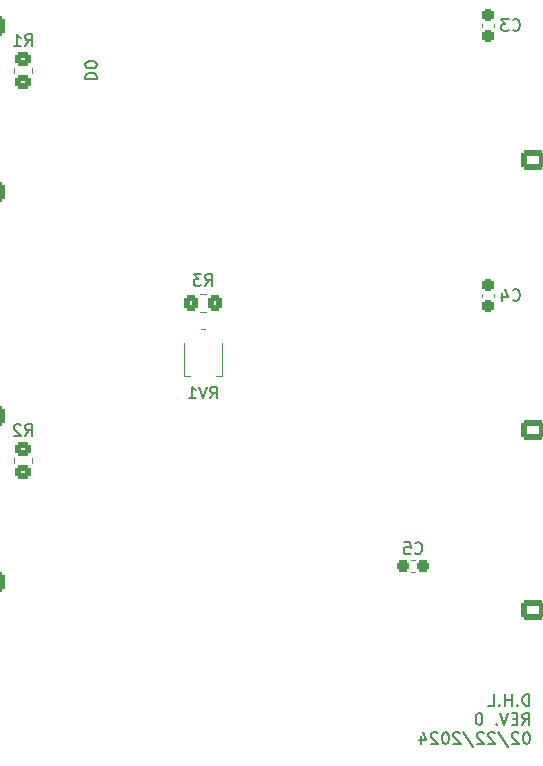
<source format=gbo>
G04 #@! TF.GenerationSoftware,KiCad,Pcbnew,7.0.8*
G04 #@! TF.CreationDate,2024-02-22T02:02:49-08:00*
G04 #@! TF.ProjectId,oc_v1,6f635f76-312e-46b6-9963-61645f706362,0*
G04 #@! TF.SameCoordinates,Original*
G04 #@! TF.FileFunction,Legend,Bot*
G04 #@! TF.FilePolarity,Positive*
%FSLAX46Y46*%
G04 Gerber Fmt 4.6, Leading zero omitted, Abs format (unit mm)*
G04 Created by KiCad (PCBNEW 7.0.8) date 2024-02-22 02:02:49*
%MOMM*%
%LPD*%
G01*
G04 APERTURE LIST*
G04 Aperture macros list*
%AMRoundRect*
0 Rectangle with rounded corners*
0 $1 Rounding radius*
0 $2 $3 $4 $5 $6 $7 $8 $9 X,Y pos of 4 corners*
0 Add a 4 corners polygon primitive as box body*
4,1,4,$2,$3,$4,$5,$6,$7,$8,$9,$2,$3,0*
0 Add four circle primitives for the rounded corners*
1,1,$1+$1,$2,$3*
1,1,$1+$1,$4,$5*
1,1,$1+$1,$6,$7*
1,1,$1+$1,$8,$9*
0 Add four rect primitives between the rounded corners*
20,1,$1+$1,$2,$3,$4,$5,0*
20,1,$1+$1,$4,$5,$6,$7,0*
20,1,$1+$1,$6,$7,$8,$9,0*
20,1,$1+$1,$8,$9,$2,$3,0*%
G04 Aperture macros list end*
%ADD10C,0.150000*%
%ADD11C,0.120000*%
%ADD12R,3.145000X3.145000*%
%ADD13C,3.145000*%
%ADD14RoundRect,0.250000X-0.725000X0.600000X-0.725000X-0.600000X0.725000X-0.600000X0.725000X0.600000X0*%
%ADD15O,1.950000X1.700000*%
%ADD16R,1.700000X1.700000*%
%ADD17O,1.700000X1.700000*%
%ADD18C,1.800000*%
%ADD19C,1.727200*%
%ADD20R,1.727200X1.727200*%
%ADD21RoundRect,0.250000X0.750000X-0.600000X0.750000X0.600000X-0.750000X0.600000X-0.750000X-0.600000X0*%
%ADD22O,2.000000X1.700000*%
%ADD23RoundRect,0.250000X0.725000X-0.600000X0.725000X0.600000X-0.725000X0.600000X-0.725000X-0.600000X0*%
%ADD24R,2.400000X1.600000*%
%ADD25O,2.400000X1.600000*%
%ADD26RoundRect,0.237500X-0.237500X0.300000X-0.237500X-0.300000X0.237500X-0.300000X0.237500X0.300000X0*%
%ADD27RoundRect,0.250000X-0.350000X-0.450000X0.350000X-0.450000X0.350000X0.450000X-0.350000X0.450000X0*%
%ADD28RoundRect,0.250000X0.450000X-0.350000X0.450000X0.350000X-0.450000X0.350000X-0.450000X-0.350000X0*%
%ADD29R,1.200000X1.200000*%
%ADD30R,1.600000X1.500000*%
%ADD31RoundRect,0.237500X0.300000X0.237500X-0.300000X0.237500X-0.300000X-0.237500X0.300000X-0.237500X0*%
G04 APERTURE END LIST*
D10*
X162223220Y-108409819D02*
X162223220Y-107409819D01*
X162223220Y-107409819D02*
X161985125Y-107409819D01*
X161985125Y-107409819D02*
X161842268Y-107457438D01*
X161842268Y-107457438D02*
X161747030Y-107552676D01*
X161747030Y-107552676D02*
X161699411Y-107647914D01*
X161699411Y-107647914D02*
X161651792Y-107838390D01*
X161651792Y-107838390D02*
X161651792Y-107981247D01*
X161651792Y-107981247D02*
X161699411Y-108171723D01*
X161699411Y-108171723D02*
X161747030Y-108266961D01*
X161747030Y-108266961D02*
X161842268Y-108362200D01*
X161842268Y-108362200D02*
X161985125Y-108409819D01*
X161985125Y-108409819D02*
X162223220Y-108409819D01*
X161223220Y-108314580D02*
X161175601Y-108362200D01*
X161175601Y-108362200D02*
X161223220Y-108409819D01*
X161223220Y-108409819D02*
X161270839Y-108362200D01*
X161270839Y-108362200D02*
X161223220Y-108314580D01*
X161223220Y-108314580D02*
X161223220Y-108409819D01*
X160747030Y-108409819D02*
X160747030Y-107409819D01*
X160747030Y-107886009D02*
X160175602Y-107886009D01*
X160175602Y-108409819D02*
X160175602Y-107409819D01*
X159699411Y-108314580D02*
X159651792Y-108362200D01*
X159651792Y-108362200D02*
X159699411Y-108409819D01*
X159699411Y-108409819D02*
X159747030Y-108362200D01*
X159747030Y-108362200D02*
X159699411Y-108314580D01*
X159699411Y-108314580D02*
X159699411Y-108409819D01*
X158747031Y-108409819D02*
X159223221Y-108409819D01*
X159223221Y-108409819D02*
X159223221Y-107409819D01*
X161651792Y-110019819D02*
X161985125Y-109543628D01*
X162223220Y-110019819D02*
X162223220Y-109019819D01*
X162223220Y-109019819D02*
X161842268Y-109019819D01*
X161842268Y-109019819D02*
X161747030Y-109067438D01*
X161747030Y-109067438D02*
X161699411Y-109115057D01*
X161699411Y-109115057D02*
X161651792Y-109210295D01*
X161651792Y-109210295D02*
X161651792Y-109353152D01*
X161651792Y-109353152D02*
X161699411Y-109448390D01*
X161699411Y-109448390D02*
X161747030Y-109496009D01*
X161747030Y-109496009D02*
X161842268Y-109543628D01*
X161842268Y-109543628D02*
X162223220Y-109543628D01*
X161223220Y-109496009D02*
X160889887Y-109496009D01*
X160747030Y-110019819D02*
X161223220Y-110019819D01*
X161223220Y-110019819D02*
X161223220Y-109019819D01*
X161223220Y-109019819D02*
X160747030Y-109019819D01*
X160461315Y-109019819D02*
X160127982Y-110019819D01*
X160127982Y-110019819D02*
X159794649Y-109019819D01*
X159461315Y-109924580D02*
X159413696Y-109972200D01*
X159413696Y-109972200D02*
X159461315Y-110019819D01*
X159461315Y-110019819D02*
X159508934Y-109972200D01*
X159508934Y-109972200D02*
X159461315Y-109924580D01*
X159461315Y-109924580D02*
X159461315Y-110019819D01*
X158032744Y-109019819D02*
X157937506Y-109019819D01*
X157937506Y-109019819D02*
X157842268Y-109067438D01*
X157842268Y-109067438D02*
X157794649Y-109115057D01*
X157794649Y-109115057D02*
X157747030Y-109210295D01*
X157747030Y-109210295D02*
X157699411Y-109400771D01*
X157699411Y-109400771D02*
X157699411Y-109638866D01*
X157699411Y-109638866D02*
X157747030Y-109829342D01*
X157747030Y-109829342D02*
X157794649Y-109924580D01*
X157794649Y-109924580D02*
X157842268Y-109972200D01*
X157842268Y-109972200D02*
X157937506Y-110019819D01*
X157937506Y-110019819D02*
X158032744Y-110019819D01*
X158032744Y-110019819D02*
X158127982Y-109972200D01*
X158127982Y-109972200D02*
X158175601Y-109924580D01*
X158175601Y-109924580D02*
X158223220Y-109829342D01*
X158223220Y-109829342D02*
X158270839Y-109638866D01*
X158270839Y-109638866D02*
X158270839Y-109400771D01*
X158270839Y-109400771D02*
X158223220Y-109210295D01*
X158223220Y-109210295D02*
X158175601Y-109115057D01*
X158175601Y-109115057D02*
X158127982Y-109067438D01*
X158127982Y-109067438D02*
X158032744Y-109019819D01*
X162032744Y-110629819D02*
X161937506Y-110629819D01*
X161937506Y-110629819D02*
X161842268Y-110677438D01*
X161842268Y-110677438D02*
X161794649Y-110725057D01*
X161794649Y-110725057D02*
X161747030Y-110820295D01*
X161747030Y-110820295D02*
X161699411Y-111010771D01*
X161699411Y-111010771D02*
X161699411Y-111248866D01*
X161699411Y-111248866D02*
X161747030Y-111439342D01*
X161747030Y-111439342D02*
X161794649Y-111534580D01*
X161794649Y-111534580D02*
X161842268Y-111582200D01*
X161842268Y-111582200D02*
X161937506Y-111629819D01*
X161937506Y-111629819D02*
X162032744Y-111629819D01*
X162032744Y-111629819D02*
X162127982Y-111582200D01*
X162127982Y-111582200D02*
X162175601Y-111534580D01*
X162175601Y-111534580D02*
X162223220Y-111439342D01*
X162223220Y-111439342D02*
X162270839Y-111248866D01*
X162270839Y-111248866D02*
X162270839Y-111010771D01*
X162270839Y-111010771D02*
X162223220Y-110820295D01*
X162223220Y-110820295D02*
X162175601Y-110725057D01*
X162175601Y-110725057D02*
X162127982Y-110677438D01*
X162127982Y-110677438D02*
X162032744Y-110629819D01*
X161318458Y-110725057D02*
X161270839Y-110677438D01*
X161270839Y-110677438D02*
X161175601Y-110629819D01*
X161175601Y-110629819D02*
X160937506Y-110629819D01*
X160937506Y-110629819D02*
X160842268Y-110677438D01*
X160842268Y-110677438D02*
X160794649Y-110725057D01*
X160794649Y-110725057D02*
X160747030Y-110820295D01*
X160747030Y-110820295D02*
X160747030Y-110915533D01*
X160747030Y-110915533D02*
X160794649Y-111058390D01*
X160794649Y-111058390D02*
X161366077Y-111629819D01*
X161366077Y-111629819D02*
X160747030Y-111629819D01*
X159604173Y-110582200D02*
X160461315Y-111867914D01*
X159318458Y-110725057D02*
X159270839Y-110677438D01*
X159270839Y-110677438D02*
X159175601Y-110629819D01*
X159175601Y-110629819D02*
X158937506Y-110629819D01*
X158937506Y-110629819D02*
X158842268Y-110677438D01*
X158842268Y-110677438D02*
X158794649Y-110725057D01*
X158794649Y-110725057D02*
X158747030Y-110820295D01*
X158747030Y-110820295D02*
X158747030Y-110915533D01*
X158747030Y-110915533D02*
X158794649Y-111058390D01*
X158794649Y-111058390D02*
X159366077Y-111629819D01*
X159366077Y-111629819D02*
X158747030Y-111629819D01*
X158366077Y-110725057D02*
X158318458Y-110677438D01*
X158318458Y-110677438D02*
X158223220Y-110629819D01*
X158223220Y-110629819D02*
X157985125Y-110629819D01*
X157985125Y-110629819D02*
X157889887Y-110677438D01*
X157889887Y-110677438D02*
X157842268Y-110725057D01*
X157842268Y-110725057D02*
X157794649Y-110820295D01*
X157794649Y-110820295D02*
X157794649Y-110915533D01*
X157794649Y-110915533D02*
X157842268Y-111058390D01*
X157842268Y-111058390D02*
X158413696Y-111629819D01*
X158413696Y-111629819D02*
X157794649Y-111629819D01*
X156651792Y-110582200D02*
X157508934Y-111867914D01*
X156366077Y-110725057D02*
X156318458Y-110677438D01*
X156318458Y-110677438D02*
X156223220Y-110629819D01*
X156223220Y-110629819D02*
X155985125Y-110629819D01*
X155985125Y-110629819D02*
X155889887Y-110677438D01*
X155889887Y-110677438D02*
X155842268Y-110725057D01*
X155842268Y-110725057D02*
X155794649Y-110820295D01*
X155794649Y-110820295D02*
X155794649Y-110915533D01*
X155794649Y-110915533D02*
X155842268Y-111058390D01*
X155842268Y-111058390D02*
X156413696Y-111629819D01*
X156413696Y-111629819D02*
X155794649Y-111629819D01*
X155175601Y-110629819D02*
X155080363Y-110629819D01*
X155080363Y-110629819D02*
X154985125Y-110677438D01*
X154985125Y-110677438D02*
X154937506Y-110725057D01*
X154937506Y-110725057D02*
X154889887Y-110820295D01*
X154889887Y-110820295D02*
X154842268Y-111010771D01*
X154842268Y-111010771D02*
X154842268Y-111248866D01*
X154842268Y-111248866D02*
X154889887Y-111439342D01*
X154889887Y-111439342D02*
X154937506Y-111534580D01*
X154937506Y-111534580D02*
X154985125Y-111582200D01*
X154985125Y-111582200D02*
X155080363Y-111629819D01*
X155080363Y-111629819D02*
X155175601Y-111629819D01*
X155175601Y-111629819D02*
X155270839Y-111582200D01*
X155270839Y-111582200D02*
X155318458Y-111534580D01*
X155318458Y-111534580D02*
X155366077Y-111439342D01*
X155366077Y-111439342D02*
X155413696Y-111248866D01*
X155413696Y-111248866D02*
X155413696Y-111010771D01*
X155413696Y-111010771D02*
X155366077Y-110820295D01*
X155366077Y-110820295D02*
X155318458Y-110725057D01*
X155318458Y-110725057D02*
X155270839Y-110677438D01*
X155270839Y-110677438D02*
X155175601Y-110629819D01*
X154461315Y-110725057D02*
X154413696Y-110677438D01*
X154413696Y-110677438D02*
X154318458Y-110629819D01*
X154318458Y-110629819D02*
X154080363Y-110629819D01*
X154080363Y-110629819D02*
X153985125Y-110677438D01*
X153985125Y-110677438D02*
X153937506Y-110725057D01*
X153937506Y-110725057D02*
X153889887Y-110820295D01*
X153889887Y-110820295D02*
X153889887Y-110915533D01*
X153889887Y-110915533D02*
X153937506Y-111058390D01*
X153937506Y-111058390D02*
X154508934Y-111629819D01*
X154508934Y-111629819D02*
X153889887Y-111629819D01*
X153032744Y-110963152D02*
X153032744Y-111629819D01*
X153270839Y-110582200D02*
X153508934Y-111296485D01*
X153508934Y-111296485D02*
X152889887Y-111296485D01*
X124640180Y-55348094D02*
X125640180Y-55348094D01*
X125640180Y-55348094D02*
X125640180Y-55109999D01*
X125640180Y-55109999D02*
X125592561Y-54967142D01*
X125592561Y-54967142D02*
X125497323Y-54871904D01*
X125497323Y-54871904D02*
X125402085Y-54824285D01*
X125402085Y-54824285D02*
X125211609Y-54776666D01*
X125211609Y-54776666D02*
X125068752Y-54776666D01*
X125068752Y-54776666D02*
X124878276Y-54824285D01*
X124878276Y-54824285D02*
X124783038Y-54871904D01*
X124783038Y-54871904D02*
X124687800Y-54967142D01*
X124687800Y-54967142D02*
X124640180Y-55109999D01*
X124640180Y-55109999D02*
X124640180Y-55348094D01*
X125640180Y-54157618D02*
X125640180Y-54062380D01*
X125640180Y-54062380D02*
X125592561Y-53967142D01*
X125592561Y-53967142D02*
X125544942Y-53919523D01*
X125544942Y-53919523D02*
X125449704Y-53871904D01*
X125449704Y-53871904D02*
X125259228Y-53824285D01*
X125259228Y-53824285D02*
X125021133Y-53824285D01*
X125021133Y-53824285D02*
X124830657Y-53871904D01*
X124830657Y-53871904D02*
X124735419Y-53919523D01*
X124735419Y-53919523D02*
X124687800Y-53967142D01*
X124687800Y-53967142D02*
X124640180Y-54062380D01*
X124640180Y-54062380D02*
X124640180Y-54157618D01*
X124640180Y-54157618D02*
X124687800Y-54252856D01*
X124687800Y-54252856D02*
X124735419Y-54300475D01*
X124735419Y-54300475D02*
X124830657Y-54348094D01*
X124830657Y-54348094D02*
X125021133Y-54395713D01*
X125021133Y-54395713D02*
X125259228Y-54395713D01*
X125259228Y-54395713D02*
X125449704Y-54348094D01*
X125449704Y-54348094D02*
X125544942Y-54300475D01*
X125544942Y-54300475D02*
X125592561Y-54252856D01*
X125592561Y-54252856D02*
X125640180Y-54157618D01*
X160821666Y-74019580D02*
X160869285Y-74067200D01*
X160869285Y-74067200D02*
X161012142Y-74114819D01*
X161012142Y-74114819D02*
X161107380Y-74114819D01*
X161107380Y-74114819D02*
X161250237Y-74067200D01*
X161250237Y-74067200D02*
X161345475Y-73971961D01*
X161345475Y-73971961D02*
X161393094Y-73876723D01*
X161393094Y-73876723D02*
X161440713Y-73686247D01*
X161440713Y-73686247D02*
X161440713Y-73543390D01*
X161440713Y-73543390D02*
X161393094Y-73352914D01*
X161393094Y-73352914D02*
X161345475Y-73257676D01*
X161345475Y-73257676D02*
X161250237Y-73162438D01*
X161250237Y-73162438D02*
X161107380Y-73114819D01*
X161107380Y-73114819D02*
X161012142Y-73114819D01*
X161012142Y-73114819D02*
X160869285Y-73162438D01*
X160869285Y-73162438D02*
X160821666Y-73210057D01*
X159964523Y-73448152D02*
X159964523Y-74114819D01*
X160202618Y-73067200D02*
X160440713Y-73781485D01*
X160440713Y-73781485D02*
X159821666Y-73781485D01*
X134786666Y-72844819D02*
X135119999Y-72368628D01*
X135358094Y-72844819D02*
X135358094Y-71844819D01*
X135358094Y-71844819D02*
X134977142Y-71844819D01*
X134977142Y-71844819D02*
X134881904Y-71892438D01*
X134881904Y-71892438D02*
X134834285Y-71940057D01*
X134834285Y-71940057D02*
X134786666Y-72035295D01*
X134786666Y-72035295D02*
X134786666Y-72178152D01*
X134786666Y-72178152D02*
X134834285Y-72273390D01*
X134834285Y-72273390D02*
X134881904Y-72321009D01*
X134881904Y-72321009D02*
X134977142Y-72368628D01*
X134977142Y-72368628D02*
X135358094Y-72368628D01*
X134453332Y-71844819D02*
X133834285Y-71844819D01*
X133834285Y-71844819D02*
X134167618Y-72225771D01*
X134167618Y-72225771D02*
X134024761Y-72225771D01*
X134024761Y-72225771D02*
X133929523Y-72273390D01*
X133929523Y-72273390D02*
X133881904Y-72321009D01*
X133881904Y-72321009D02*
X133834285Y-72416247D01*
X133834285Y-72416247D02*
X133834285Y-72654342D01*
X133834285Y-72654342D02*
X133881904Y-72749580D01*
X133881904Y-72749580D02*
X133929523Y-72797200D01*
X133929523Y-72797200D02*
X134024761Y-72844819D01*
X134024761Y-72844819D02*
X134310475Y-72844819D01*
X134310475Y-72844819D02*
X134405713Y-72797200D01*
X134405713Y-72797200D02*
X134453332Y-72749580D01*
X119546666Y-85544819D02*
X119879999Y-85068628D01*
X120118094Y-85544819D02*
X120118094Y-84544819D01*
X120118094Y-84544819D02*
X119737142Y-84544819D01*
X119737142Y-84544819D02*
X119641904Y-84592438D01*
X119641904Y-84592438D02*
X119594285Y-84640057D01*
X119594285Y-84640057D02*
X119546666Y-84735295D01*
X119546666Y-84735295D02*
X119546666Y-84878152D01*
X119546666Y-84878152D02*
X119594285Y-84973390D01*
X119594285Y-84973390D02*
X119641904Y-85021009D01*
X119641904Y-85021009D02*
X119737142Y-85068628D01*
X119737142Y-85068628D02*
X120118094Y-85068628D01*
X119165713Y-84640057D02*
X119118094Y-84592438D01*
X119118094Y-84592438D02*
X119022856Y-84544819D01*
X119022856Y-84544819D02*
X118784761Y-84544819D01*
X118784761Y-84544819D02*
X118689523Y-84592438D01*
X118689523Y-84592438D02*
X118641904Y-84640057D01*
X118641904Y-84640057D02*
X118594285Y-84735295D01*
X118594285Y-84735295D02*
X118594285Y-84830533D01*
X118594285Y-84830533D02*
X118641904Y-84973390D01*
X118641904Y-84973390D02*
X119213332Y-85544819D01*
X119213332Y-85544819D02*
X118594285Y-85544819D01*
X135215238Y-82369819D02*
X135548571Y-81893628D01*
X135786666Y-82369819D02*
X135786666Y-81369819D01*
X135786666Y-81369819D02*
X135405714Y-81369819D01*
X135405714Y-81369819D02*
X135310476Y-81417438D01*
X135310476Y-81417438D02*
X135262857Y-81465057D01*
X135262857Y-81465057D02*
X135215238Y-81560295D01*
X135215238Y-81560295D02*
X135215238Y-81703152D01*
X135215238Y-81703152D02*
X135262857Y-81798390D01*
X135262857Y-81798390D02*
X135310476Y-81846009D01*
X135310476Y-81846009D02*
X135405714Y-81893628D01*
X135405714Y-81893628D02*
X135786666Y-81893628D01*
X134929523Y-81369819D02*
X134596190Y-82369819D01*
X134596190Y-82369819D02*
X134262857Y-81369819D01*
X133405714Y-82369819D02*
X133977142Y-82369819D01*
X133691428Y-82369819D02*
X133691428Y-81369819D01*
X133691428Y-81369819D02*
X133786666Y-81512676D01*
X133786666Y-81512676D02*
X133881904Y-81607914D01*
X133881904Y-81607914D02*
X133977142Y-81655533D01*
X152566666Y-95449580D02*
X152614285Y-95497200D01*
X152614285Y-95497200D02*
X152757142Y-95544819D01*
X152757142Y-95544819D02*
X152852380Y-95544819D01*
X152852380Y-95544819D02*
X152995237Y-95497200D01*
X152995237Y-95497200D02*
X153090475Y-95401961D01*
X153090475Y-95401961D02*
X153138094Y-95306723D01*
X153138094Y-95306723D02*
X153185713Y-95116247D01*
X153185713Y-95116247D02*
X153185713Y-94973390D01*
X153185713Y-94973390D02*
X153138094Y-94782914D01*
X153138094Y-94782914D02*
X153090475Y-94687676D01*
X153090475Y-94687676D02*
X152995237Y-94592438D01*
X152995237Y-94592438D02*
X152852380Y-94544819D01*
X152852380Y-94544819D02*
X152757142Y-94544819D01*
X152757142Y-94544819D02*
X152614285Y-94592438D01*
X152614285Y-94592438D02*
X152566666Y-94640057D01*
X151661904Y-94544819D02*
X152138094Y-94544819D01*
X152138094Y-94544819D02*
X152185713Y-95021009D01*
X152185713Y-95021009D02*
X152138094Y-94973390D01*
X152138094Y-94973390D02*
X152042856Y-94925771D01*
X152042856Y-94925771D02*
X151804761Y-94925771D01*
X151804761Y-94925771D02*
X151709523Y-94973390D01*
X151709523Y-94973390D02*
X151661904Y-95021009D01*
X151661904Y-95021009D02*
X151614285Y-95116247D01*
X151614285Y-95116247D02*
X151614285Y-95354342D01*
X151614285Y-95354342D02*
X151661904Y-95449580D01*
X151661904Y-95449580D02*
X151709523Y-95497200D01*
X151709523Y-95497200D02*
X151804761Y-95544819D01*
X151804761Y-95544819D02*
X152042856Y-95544819D01*
X152042856Y-95544819D02*
X152138094Y-95497200D01*
X152138094Y-95497200D02*
X152185713Y-95449580D01*
X119546666Y-52524819D02*
X119879999Y-52048628D01*
X120118094Y-52524819D02*
X120118094Y-51524819D01*
X120118094Y-51524819D02*
X119737142Y-51524819D01*
X119737142Y-51524819D02*
X119641904Y-51572438D01*
X119641904Y-51572438D02*
X119594285Y-51620057D01*
X119594285Y-51620057D02*
X119546666Y-51715295D01*
X119546666Y-51715295D02*
X119546666Y-51858152D01*
X119546666Y-51858152D02*
X119594285Y-51953390D01*
X119594285Y-51953390D02*
X119641904Y-52001009D01*
X119641904Y-52001009D02*
X119737142Y-52048628D01*
X119737142Y-52048628D02*
X120118094Y-52048628D01*
X118594285Y-52524819D02*
X119165713Y-52524819D01*
X118879999Y-52524819D02*
X118879999Y-51524819D01*
X118879999Y-51524819D02*
X118975237Y-51667676D01*
X118975237Y-51667676D02*
X119070475Y-51762914D01*
X119070475Y-51762914D02*
X119165713Y-51810533D01*
X160821666Y-51159580D02*
X160869285Y-51207200D01*
X160869285Y-51207200D02*
X161012142Y-51254819D01*
X161012142Y-51254819D02*
X161107380Y-51254819D01*
X161107380Y-51254819D02*
X161250237Y-51207200D01*
X161250237Y-51207200D02*
X161345475Y-51111961D01*
X161345475Y-51111961D02*
X161393094Y-51016723D01*
X161393094Y-51016723D02*
X161440713Y-50826247D01*
X161440713Y-50826247D02*
X161440713Y-50683390D01*
X161440713Y-50683390D02*
X161393094Y-50492914D01*
X161393094Y-50492914D02*
X161345475Y-50397676D01*
X161345475Y-50397676D02*
X161250237Y-50302438D01*
X161250237Y-50302438D02*
X161107380Y-50254819D01*
X161107380Y-50254819D02*
X161012142Y-50254819D01*
X161012142Y-50254819D02*
X160869285Y-50302438D01*
X160869285Y-50302438D02*
X160821666Y-50350057D01*
X160488332Y-50254819D02*
X159869285Y-50254819D01*
X159869285Y-50254819D02*
X160202618Y-50635771D01*
X160202618Y-50635771D02*
X160059761Y-50635771D01*
X160059761Y-50635771D02*
X159964523Y-50683390D01*
X159964523Y-50683390D02*
X159916904Y-50731009D01*
X159916904Y-50731009D02*
X159869285Y-50826247D01*
X159869285Y-50826247D02*
X159869285Y-51064342D01*
X159869285Y-51064342D02*
X159916904Y-51159580D01*
X159916904Y-51159580D02*
X159964523Y-51207200D01*
X159964523Y-51207200D02*
X160059761Y-51254819D01*
X160059761Y-51254819D02*
X160345475Y-51254819D01*
X160345475Y-51254819D02*
X160440713Y-51207200D01*
X160440713Y-51207200D02*
X160488332Y-51159580D01*
D11*
X159260000Y-73513733D02*
X159260000Y-73806267D01*
X158240000Y-73513733D02*
X158240000Y-73806267D01*
X134392936Y-73560000D02*
X134847064Y-73560000D01*
X134392936Y-75030000D02*
X134847064Y-75030000D01*
X118645000Y-87857064D02*
X118645000Y-87402936D01*
X120115000Y-87857064D02*
X120115000Y-87402936D01*
X136230000Y-80470000D02*
X135720000Y-80470000D01*
X136230000Y-77660000D02*
X136230000Y-80470000D01*
X134770000Y-76450000D02*
X134470000Y-76450000D01*
X133520000Y-80470000D02*
X133010000Y-80470000D01*
X133010000Y-77660000D02*
X133010000Y-80470000D01*
X152546267Y-97030000D02*
X152253733Y-97030000D01*
X152546267Y-96010000D02*
X152253733Y-96010000D01*
X118645000Y-54837064D02*
X118645000Y-54382936D01*
X120115000Y-54837064D02*
X120115000Y-54382936D01*
X159260000Y-50653733D02*
X159260000Y-50946267D01*
X158240000Y-50653733D02*
X158240000Y-50946267D01*
%LPC*%
D12*
X126685000Y-102630000D03*
D13*
X134935000Y-102630000D03*
D14*
X116840000Y-50860000D03*
D15*
X116840000Y-53360000D03*
X116840000Y-55860000D03*
X116840000Y-58360000D03*
D16*
X143510000Y-72390000D03*
D17*
X143510000Y-74930000D03*
X143510000Y-77470000D03*
X143510000Y-80010000D03*
X143510000Y-82550000D03*
X143510000Y-85090000D03*
X143510000Y-87630000D03*
X143510000Y-90170000D03*
X156210000Y-90170000D03*
X156210000Y-87630000D03*
X156210000Y-85090000D03*
X156210000Y-82550000D03*
X156210000Y-80010000D03*
X156210000Y-77470000D03*
X156210000Y-74930000D03*
X156210000Y-72390000D03*
D18*
X123190000Y-49530000D03*
X123190000Y-90170000D03*
X138430000Y-49530000D03*
X138430000Y-90170000D03*
D19*
X138430000Y-85090000D03*
X138430000Y-59690000D03*
X138430000Y-80010000D03*
X138430000Y-77470000D03*
X138430000Y-74930000D03*
X138430000Y-72390000D03*
X138430000Y-69850000D03*
X138430000Y-67310000D03*
X138430000Y-64770000D03*
X138430000Y-62230000D03*
X138430000Y-82550000D03*
X138430000Y-57150000D03*
X123190000Y-54610000D03*
X123190000Y-52070000D03*
X123190000Y-62230000D03*
X123190000Y-64770000D03*
X123190000Y-67310000D03*
X123190000Y-69850000D03*
X123190000Y-72390000D03*
X123190000Y-74930000D03*
X123190000Y-77470000D03*
X123190000Y-80010000D03*
X123190000Y-82550000D03*
X123190000Y-85090000D03*
X123190000Y-87630000D03*
X138430000Y-87630000D03*
D20*
X123190000Y-59690000D03*
X138430000Y-54610000D03*
D19*
X123190000Y-57150000D03*
X138430000Y-52070000D03*
D14*
X116840000Y-97890000D03*
D15*
X116840000Y-100390000D03*
X116840000Y-102890000D03*
X116840000Y-105390000D03*
X116840000Y-107890000D03*
X116840000Y-110390000D03*
D14*
X116840000Y-83880000D03*
D15*
X116840000Y-86380000D03*
X116840000Y-88880000D03*
X116840000Y-91380000D03*
D21*
X162560000Y-100310000D03*
D22*
X162560000Y-97810000D03*
D23*
X162560000Y-62170000D03*
D15*
X162560000Y-59670000D03*
X162560000Y-57170000D03*
X162560000Y-54670000D03*
D23*
X162560000Y-85030000D03*
D15*
X162560000Y-82530000D03*
X162560000Y-80030000D03*
X162560000Y-77530000D03*
D24*
X156210000Y-102870000D03*
D25*
X156210000Y-100330000D03*
X156210000Y-97790000D03*
X156210000Y-95250000D03*
X148590000Y-95250000D03*
X148590000Y-97790000D03*
X148590000Y-100330000D03*
X148590000Y-102870000D03*
D16*
X143510000Y-49530000D03*
D17*
X143510000Y-52070000D03*
X143510000Y-54610000D03*
X143510000Y-57150000D03*
X143510000Y-59690000D03*
X143510000Y-62230000D03*
X143510000Y-64770000D03*
X143510000Y-67310000D03*
X156210000Y-67310000D03*
X156210000Y-64770000D03*
X156210000Y-62230000D03*
X156210000Y-59690000D03*
X156210000Y-57150000D03*
X156210000Y-54610000D03*
X156210000Y-52070000D03*
X156210000Y-49530000D03*
D14*
X116840000Y-64870000D03*
D15*
X116840000Y-67370000D03*
X116840000Y-69870000D03*
X116840000Y-72370000D03*
X116840000Y-74870000D03*
X116840000Y-77370000D03*
D26*
X158750000Y-72797500D03*
X158750000Y-74522500D03*
D27*
X133620000Y-74295000D03*
X135620000Y-74295000D03*
D28*
X119380000Y-88630000D03*
X119380000Y-86630000D03*
D29*
X135620000Y-76760000D03*
D30*
X134620000Y-80010000D03*
D29*
X133620000Y-76760000D03*
D31*
X153262500Y-96520000D03*
X151537500Y-96520000D03*
D28*
X119380000Y-55610000D03*
X119380000Y-53610000D03*
D26*
X158750000Y-49937500D03*
X158750000Y-51662500D03*
%LPD*%
M02*

</source>
